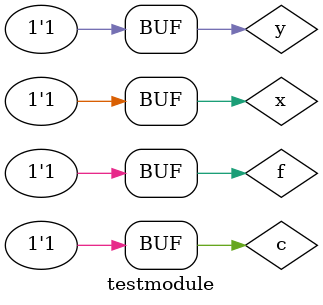
<source format=v>
module andor (output s,input a, input b); 
	
// descrever por portas 
	and and1(s,a,b);
	and and2(s,a,b);

	or or1(s1,a,b);
	or or2(s1,a,b);	
endmodule // andor 

// ------------------------- 
// nandnor
// ------------------------- 
module nandnor (output  s,input  a, input  b); 
	
// descrever por portas 
	nand and1(s,a,b);
	nand and2(s,a,b);

	nor or1(s1,a,b);
	nor or2(s1,a,b);	
endmodule // nandnor 

// ------------------------- 
// selecionavel
// ------------------------- 

module selecionavel1 (output  s0,input  flag,input c, input  a, input  b); 
	//-- wires para saidas de AND/OR e NAND/NOR
	wire  s1;
	wire  s2;
	wire  s3;
	wire  s4;
	//-- wires para saidas de ANDs 
	wire  s5; // --- ANDA
	wire  s6; // --- ANDO
	wire  s7; // --- ANDNA
	wire  s8; // --- ANDNO
	//------------------------------------------------
	wire[1:0] temp; //-- variavel temporaria para saida indesejada
	
// descrever por portas 
	andor and1(s1,a,b);
	andor or1(s2,a,b);
	nandnor nand1(s3,a,b);
	nandnor nor1(s4,a,b);
//-- Seleçao	
   //-- temp salva valor do OR que é retornado pela porta andor pois nao vai ser utilizado  
	andor anda (s5,temp,c,s1,flag);
	andor ando (s6,temp,~c,s2,flag,);
	andor andna (s7,temp,c,s3,~flag);
	andor andno (s8,temp,~c,s4,~flag);
	//-- temp salva valor de AND que é retornado pela porta andor pois nao vai ser utilizado 
	andor OR1 (temp,s0,s5,s6,s7,s8);

endmodule // selecionavel




module testmodule; 
// ------------------------- definir dados 
	reg  x; 
	reg  y; 
	wire  s0;
	reg  f;  //--- flag	
	reg c;
	// -- chamada do modulo
	selecionavel1 selec1 (s0, c, f, x, y); 
// ------------------------- parte principal 
initial begin 
	$display("Exemplo003 - Milton costa teles da silva - 002751"); 
   $display("Test LU's module");
		x = 1; y = 1; c =0; f=0;
// projetar testes do modulo
  $display("a b ch  s");
	$monitor("%b %b  %b  %b %b",x,y,c,f,s0);
	#1 x=0; y=0; c=0; f=0;
	#1 x=0; y=1; c=0; f=0;
	#1 x=1; y=0; c=0; f=0;
	#1 x=1; y=1; c=0; f=0;
$display("a b ch  f  s");
   #1 x=0; y=0; c=1; f=0;
	#1 x=0; y=1; c=1; f=0;
	#1 x=1; y=0; c=1; f=0;
	#1 x=1; y=1; c=1;	f=0;
$display("a b ch  f  s");  
   #1 x=0; y=0; c=0; f=1;
	#1 x=0; y=1; c=0; f=1;
	#1 x=1; y=0; c=0; f=1;
	#1 x=1; y=1; c=0; f=1;
$display("a b ch  f  s");
   #1 x=0; y=0; c=1; f=1;
	#1 x=0; y=1; c=1; f=1;
	#1 x=1; y=0; c=1; f=1;
	#1 x=1; y=1; c=1;	f=1; 
end 
endmodule // testmodule
</source>
